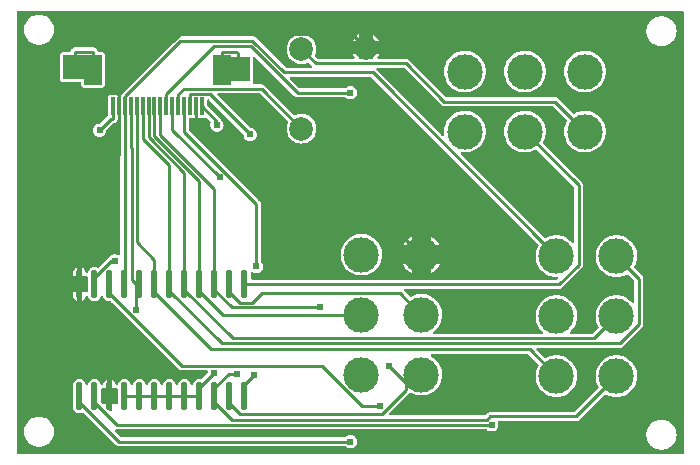
<source format=gtl>
G04 Layer: TopLayer*
G04 EasyEDA v6.5.46, 2025-07-23 17:18:39*
G04 4d1536246bbc4f27acf5b42e0466264c,7be8f16a26344db1bf46185b0a727cd7,10*
G04 Gerber Generator version 0.2*
G04 Scale: 100 percent, Rotated: No, Reflected: No *
G04 Dimensions in millimeters *
G04 leading zeros omitted , absolute positions ,4 integer and 5 decimal *
%FSLAX45Y45*%
%MOMM*%

%ADD10C,0.2540*%
%ADD11R,0.3500X1.5000*%
%ADD12R,1.5000X2.5000*%
%ADD13O,0.5739892X2.3880064*%
%ADD14R,2.0000X2.0000*%
%ADD15C,2.0000*%
%ADD16C,3.0000*%
%ADD17C,0.6100*%
%ADD18C,0.0103*%

%LPD*%
G36*
X736092Y2325878D02*
G01*
X732180Y2326690D01*
X728878Y2328875D01*
X726694Y2332177D01*
X725932Y2336038D01*
X725932Y6063894D01*
X726694Y6067806D01*
X728878Y6071108D01*
X732180Y6073292D01*
X736092Y6074054D01*
X6363919Y6074054D01*
X6367830Y6073292D01*
X6371082Y6071108D01*
X6373317Y6067806D01*
X6374079Y6063894D01*
X6374079Y2336038D01*
X6373317Y2332177D01*
X6371082Y2328875D01*
X6367830Y2326690D01*
X6363919Y2325878D01*
G37*

%LPC*%
G36*
X6184900Y2361692D02*
G01*
X6200292Y2362657D01*
X6215430Y2365400D01*
X6230112Y2369972D01*
X6244132Y2376322D01*
X6257340Y2384298D01*
X6269431Y2393797D01*
X6280302Y2404668D01*
X6289802Y2416759D01*
X6297777Y2429967D01*
X6304127Y2443988D01*
X6308699Y2458669D01*
X6311442Y2473807D01*
X6312408Y2489200D01*
X6311442Y2504592D01*
X6308699Y2519730D01*
X6304127Y2534412D01*
X6297777Y2548432D01*
X6289802Y2561640D01*
X6280302Y2573731D01*
X6269431Y2584602D01*
X6257340Y2594102D01*
X6244132Y2602077D01*
X6230112Y2608427D01*
X6215430Y2612999D01*
X6200292Y2615742D01*
X6184900Y2616708D01*
X6169507Y2615742D01*
X6154369Y2612999D01*
X6139688Y2608427D01*
X6125667Y2602077D01*
X6112459Y2594102D01*
X6100368Y2584602D01*
X6089497Y2573731D01*
X6079998Y2561640D01*
X6072022Y2548432D01*
X6065672Y2534412D01*
X6061100Y2519730D01*
X6058357Y2504592D01*
X6057392Y2489200D01*
X6058357Y2473807D01*
X6061100Y2458669D01*
X6065672Y2443988D01*
X6072022Y2429967D01*
X6079998Y2416759D01*
X6089497Y2404668D01*
X6100368Y2393797D01*
X6112459Y2384298D01*
X6125667Y2376322D01*
X6139688Y2369972D01*
X6154369Y2365400D01*
X6169507Y2362657D01*
G37*
G36*
X3550208Y2374646D02*
G01*
X3559962Y2375509D01*
X3569462Y2378049D01*
X3578351Y2382215D01*
X3586429Y2387803D01*
X3593388Y2394762D01*
X3599027Y2402840D01*
X3603142Y2411730D01*
X3605682Y2421229D01*
X3606546Y2430983D01*
X3605682Y2440787D01*
X3603142Y2450287D01*
X3599027Y2459177D01*
X3593388Y2467254D01*
X3586429Y2474214D01*
X3578351Y2479802D01*
X3569462Y2483967D01*
X3559962Y2486507D01*
X3550208Y2487371D01*
X3540404Y2486507D01*
X3530904Y2483967D01*
X3522014Y2479802D01*
X3513937Y2474214D01*
X3512362Y2472588D01*
X3509060Y2470404D01*
X3505149Y2469591D01*
X1613560Y2469591D01*
X1609699Y2470404D01*
X1606397Y2472588D01*
X1561896Y2517089D01*
X1559610Y2520543D01*
X1558899Y2524607D01*
X1559864Y2528620D01*
X1562354Y2531922D01*
X1565960Y2533954D01*
X1570075Y2534361D01*
X1578305Y2533548D01*
X4702556Y2533548D01*
X4706467Y2532786D01*
X4709769Y2530602D01*
X4711344Y2528976D01*
X4719421Y2523388D01*
X4728311Y2519222D01*
X4737811Y2516682D01*
X4747615Y2515819D01*
X4757369Y2516682D01*
X4766868Y2519222D01*
X4775758Y2523388D01*
X4783836Y2528976D01*
X4790795Y2535936D01*
X4796434Y2544013D01*
X4800549Y2552903D01*
X4803089Y2562402D01*
X4803952Y2572156D01*
X4803089Y2581960D01*
X4800142Y2592679D01*
X4799838Y2596337D01*
X4800904Y2599944D01*
X4803140Y2602890D01*
X4806289Y2604820D01*
X4809947Y2605481D01*
X5463032Y2605481D01*
X5471058Y2606294D01*
X5478272Y2608478D01*
X5484926Y2612034D01*
X5491175Y2617165D01*
X5704433Y2830423D01*
X5708091Y2832760D01*
X5712409Y2833370D01*
X5716574Y2832049D01*
X5725261Y2827172D01*
X5741873Y2819908D01*
X5759094Y2814421D01*
X5776823Y2810713D01*
X5794857Y2808833D01*
X5812942Y2808833D01*
X5830976Y2810713D01*
X5848705Y2814421D01*
X5865926Y2819908D01*
X5882538Y2827172D01*
X5898286Y2836062D01*
X5913069Y2846578D01*
X5926683Y2858516D01*
X5938977Y2871825D01*
X5949848Y2886303D01*
X5959144Y2901848D01*
X5966815Y2918256D01*
X5972810Y2935325D01*
X5976924Y2952953D01*
X5979261Y2970936D01*
X5979718Y2989021D01*
X5978347Y3007106D01*
X5975096Y3024886D01*
X5970016Y3042310D01*
X5963208Y3059074D01*
X5954674Y3075025D01*
X5944565Y3090062D01*
X5932982Y3103981D01*
X5920028Y3116630D01*
X5905804Y3127857D01*
X5890514Y3137560D01*
X5874359Y3145688D01*
X5857392Y3152038D01*
X5839866Y3156661D01*
X5821984Y3159455D01*
X5803900Y3160369D01*
X5785815Y3159455D01*
X5767933Y3156661D01*
X5750407Y3152038D01*
X5733440Y3145688D01*
X5717286Y3137560D01*
X5701995Y3127857D01*
X5687771Y3116630D01*
X5674817Y3103981D01*
X5663234Y3090062D01*
X5653125Y3075025D01*
X5644591Y3059074D01*
X5637784Y3042310D01*
X5632704Y3024886D01*
X5629452Y3007106D01*
X5628081Y2989021D01*
X5628538Y2970936D01*
X5630875Y2952953D01*
X5634990Y2935325D01*
X5640984Y2918256D01*
X5648655Y2901848D01*
X5651296Y2897378D01*
X5652719Y2893161D01*
X5652160Y2888742D01*
X5649772Y2884982D01*
X5450484Y2685694D01*
X5447182Y2683510D01*
X5443321Y2682697D01*
X4737201Y2682697D01*
X4729175Y2681935D01*
X4721961Y2679750D01*
X4715256Y2676194D01*
X4709058Y2671064D01*
X4692548Y2654554D01*
X4689246Y2652369D01*
X4685334Y2651556D01*
X3886403Y2651556D01*
X3882542Y2652369D01*
X3879240Y2654554D01*
X3877005Y2657856D01*
X3876243Y2661716D01*
X3877005Y2665628D01*
X3879240Y2668930D01*
X4049674Y2839364D01*
X4052315Y2842615D01*
X4055008Y2844901D01*
X4058310Y2846120D01*
X4061866Y2846171D01*
X4065168Y2845003D01*
X4074261Y2839872D01*
X4090873Y2832608D01*
X4108094Y2827121D01*
X4125823Y2823413D01*
X4143857Y2821533D01*
X4161942Y2821533D01*
X4179976Y2823413D01*
X4197705Y2827121D01*
X4214926Y2832608D01*
X4231538Y2839872D01*
X4247286Y2848762D01*
X4262069Y2859278D01*
X4275683Y2871216D01*
X4287977Y2884525D01*
X4298848Y2899003D01*
X4308144Y2914548D01*
X4315815Y2930956D01*
X4321810Y2948025D01*
X4325924Y2965653D01*
X4328261Y2983636D01*
X4328718Y3001721D01*
X4327347Y3019806D01*
X4324096Y3037586D01*
X4319016Y3055010D01*
X4312208Y3071774D01*
X4303674Y3087725D01*
X4293565Y3102762D01*
X4281982Y3116681D01*
X4269028Y3129330D01*
X4254804Y3140557D01*
X4239514Y3150260D01*
X4235399Y3152343D01*
X4231894Y3155188D01*
X4230014Y3159252D01*
X4230065Y3163773D01*
X4232046Y3167786D01*
X4235551Y3170580D01*
X4239920Y3171596D01*
X5049977Y3171596D01*
X5053888Y3170834D01*
X5057190Y3168599D01*
X5141722Y3084068D01*
X5144058Y3080461D01*
X5144719Y3076194D01*
X5143550Y3072079D01*
X5136591Y3059074D01*
X5129784Y3042310D01*
X5124704Y3024886D01*
X5121452Y3007106D01*
X5120081Y2989021D01*
X5120538Y2970936D01*
X5122875Y2952953D01*
X5126990Y2935325D01*
X5132984Y2918256D01*
X5140655Y2901848D01*
X5149951Y2886303D01*
X5160822Y2871825D01*
X5173116Y2858516D01*
X5186730Y2846578D01*
X5201513Y2836062D01*
X5217261Y2827172D01*
X5233873Y2819908D01*
X5251094Y2814421D01*
X5268823Y2810713D01*
X5286857Y2808833D01*
X5304942Y2808833D01*
X5322976Y2810713D01*
X5340705Y2814421D01*
X5357926Y2819908D01*
X5374538Y2827172D01*
X5390286Y2836062D01*
X5405069Y2846578D01*
X5418683Y2858516D01*
X5430977Y2871825D01*
X5441848Y2886303D01*
X5451144Y2901848D01*
X5458815Y2918256D01*
X5464810Y2935325D01*
X5468924Y2952953D01*
X5471261Y2970936D01*
X5471718Y2989021D01*
X5470347Y3007106D01*
X5467096Y3024886D01*
X5462016Y3042310D01*
X5455208Y3059074D01*
X5446674Y3075025D01*
X5436565Y3090062D01*
X5424982Y3103981D01*
X5412028Y3116630D01*
X5397804Y3127857D01*
X5382514Y3137560D01*
X5366359Y3145688D01*
X5349392Y3152038D01*
X5331866Y3156661D01*
X5313984Y3159455D01*
X5295900Y3160369D01*
X5277815Y3159455D01*
X5259933Y3156661D01*
X5242407Y3152038D01*
X5225440Y3145688D01*
X5208879Y3137357D01*
X5205730Y3136036D01*
X5202326Y3135833D01*
X5199075Y3136747D01*
X5196281Y3138728D01*
X5128564Y3206445D01*
X5126329Y3209747D01*
X5125567Y3213608D01*
X5126329Y3217519D01*
X5128564Y3220821D01*
X5131866Y3223006D01*
X5135727Y3223768D01*
X5831687Y3223768D01*
X5839714Y3224580D01*
X5846978Y3226765D01*
X5853633Y3230321D01*
X5859830Y3235452D01*
X6020816Y3396437D01*
X6025946Y3402634D01*
X6029502Y3409340D01*
X6031687Y3416554D01*
X6032500Y3424580D01*
X6032500Y3810050D01*
X6031687Y3818077D01*
X6029502Y3825290D01*
X6025946Y3831945D01*
X6020816Y3838194D01*
X5958027Y3900982D01*
X5955639Y3904742D01*
X5955080Y3909161D01*
X5956503Y3913378D01*
X5959144Y3917848D01*
X5966815Y3934256D01*
X5972810Y3951325D01*
X5976924Y3968953D01*
X5979261Y3986936D01*
X5979718Y4005021D01*
X5978347Y4023106D01*
X5975096Y4040886D01*
X5970016Y4058310D01*
X5963208Y4075074D01*
X5954674Y4091025D01*
X5944565Y4106062D01*
X5932982Y4119981D01*
X5920028Y4132630D01*
X5905804Y4143857D01*
X5890514Y4153560D01*
X5874359Y4161688D01*
X5857392Y4168038D01*
X5839866Y4172661D01*
X5821984Y4175455D01*
X5803900Y4176369D01*
X5785815Y4175455D01*
X5767933Y4172661D01*
X5750407Y4168038D01*
X5733440Y4161688D01*
X5717286Y4153560D01*
X5701995Y4143857D01*
X5687771Y4132630D01*
X5674817Y4119981D01*
X5663234Y4106062D01*
X5653125Y4091025D01*
X5644591Y4075074D01*
X5637784Y4058310D01*
X5632704Y4040886D01*
X5629452Y4023106D01*
X5628081Y4005021D01*
X5628538Y3986936D01*
X5630875Y3968953D01*
X5634990Y3951325D01*
X5640984Y3934256D01*
X5648655Y3917848D01*
X5657951Y3902303D01*
X5668822Y3887825D01*
X5681116Y3874515D01*
X5694730Y3862578D01*
X5709513Y3852062D01*
X5725261Y3843172D01*
X5741873Y3835908D01*
X5759094Y3830421D01*
X5776823Y3826713D01*
X5794857Y3824833D01*
X5812942Y3824833D01*
X5830976Y3826713D01*
X5848705Y3830421D01*
X5865926Y3835908D01*
X5882538Y3843172D01*
X5891225Y3848049D01*
X5895390Y3849370D01*
X5899708Y3848760D01*
X5903417Y3846423D01*
X5952286Y3797503D01*
X5954471Y3794201D01*
X5955284Y3790340D01*
X5955284Y3613302D01*
X5954420Y3609289D01*
X5952083Y3605936D01*
X5948578Y3603751D01*
X5944514Y3603193D01*
X5940501Y3604260D01*
X5937300Y3606800D01*
X5932982Y3611981D01*
X5920028Y3624630D01*
X5905804Y3635857D01*
X5890514Y3645560D01*
X5874359Y3653688D01*
X5857392Y3660038D01*
X5839866Y3664661D01*
X5821984Y3667455D01*
X5803900Y3668369D01*
X5785815Y3667455D01*
X5767933Y3664661D01*
X5750407Y3660038D01*
X5733440Y3653688D01*
X5717286Y3645560D01*
X5701995Y3635857D01*
X5687771Y3624630D01*
X5674817Y3611981D01*
X5663234Y3598062D01*
X5653125Y3583025D01*
X5644591Y3567074D01*
X5637784Y3550310D01*
X5632704Y3532886D01*
X5629452Y3515106D01*
X5628081Y3497021D01*
X5628538Y3478936D01*
X5630875Y3460953D01*
X5634990Y3443325D01*
X5640984Y3426256D01*
X5648655Y3409848D01*
X5651296Y3405378D01*
X5652719Y3401161D01*
X5652160Y3396742D01*
X5649772Y3392982D01*
X5601563Y3344773D01*
X5598261Y3342538D01*
X5594350Y3341776D01*
X5417464Y3341776D01*
X5413451Y3342589D01*
X5410098Y3344926D01*
X5407964Y3348329D01*
X5407304Y3352393D01*
X5408269Y3356305D01*
X5410758Y3359556D01*
X5418683Y3366515D01*
X5430977Y3379825D01*
X5441848Y3394303D01*
X5451144Y3409848D01*
X5458815Y3426256D01*
X5464810Y3443325D01*
X5468924Y3460953D01*
X5471261Y3478936D01*
X5471718Y3497021D01*
X5470347Y3515106D01*
X5467096Y3532886D01*
X5462016Y3550310D01*
X5455208Y3567074D01*
X5446674Y3583025D01*
X5436565Y3598062D01*
X5424982Y3611981D01*
X5412028Y3624630D01*
X5397804Y3635857D01*
X5382514Y3645560D01*
X5366359Y3653688D01*
X5349392Y3660038D01*
X5331866Y3664661D01*
X5313984Y3667455D01*
X5295900Y3668369D01*
X5277815Y3667455D01*
X5259933Y3664661D01*
X5242407Y3660038D01*
X5225440Y3653688D01*
X5209286Y3645560D01*
X5193995Y3635857D01*
X5179771Y3624630D01*
X5166817Y3611981D01*
X5155234Y3598062D01*
X5145125Y3583025D01*
X5136591Y3567074D01*
X5129784Y3550310D01*
X5124704Y3532886D01*
X5121452Y3515106D01*
X5120081Y3497021D01*
X5120538Y3478936D01*
X5122875Y3460953D01*
X5126990Y3443325D01*
X5132984Y3426256D01*
X5140655Y3409848D01*
X5149951Y3394303D01*
X5160822Y3379825D01*
X5173116Y3366515D01*
X5181041Y3359556D01*
X5183530Y3356305D01*
X5184495Y3352393D01*
X5183835Y3348329D01*
X5181701Y3344926D01*
X5178348Y3342589D01*
X5174335Y3341776D01*
X4258005Y3341776D01*
X4253890Y3342640D01*
X4250436Y3345179D01*
X4248353Y3348837D01*
X4247896Y3353054D01*
X4249267Y3357067D01*
X4252112Y3360216D01*
X4262069Y3367278D01*
X4275683Y3379215D01*
X4287977Y3392525D01*
X4298848Y3407003D01*
X4308144Y3422548D01*
X4315815Y3438956D01*
X4321810Y3456025D01*
X4325924Y3473653D01*
X4328261Y3491636D01*
X4328718Y3509721D01*
X4327347Y3527806D01*
X4324096Y3545586D01*
X4319016Y3563010D01*
X4312208Y3579774D01*
X4303674Y3595725D01*
X4293565Y3610762D01*
X4281982Y3624681D01*
X4269028Y3637330D01*
X4254804Y3648557D01*
X4239514Y3658260D01*
X4223359Y3666388D01*
X4206392Y3672738D01*
X4188866Y3677361D01*
X4170984Y3680155D01*
X4152900Y3681069D01*
X4134815Y3680155D01*
X4116933Y3677361D01*
X4099407Y3672738D01*
X4082440Y3666388D01*
X4065879Y3658057D01*
X4062729Y3656736D01*
X4059326Y3656533D01*
X4056075Y3657447D01*
X4053281Y3659428D01*
X4004970Y3707739D01*
X4002735Y3711041D01*
X4001973Y3714902D01*
X4002735Y3718814D01*
X4004970Y3722115D01*
X4008272Y3724300D01*
X4012133Y3725062D01*
X5318048Y3725062D01*
X5326075Y3725875D01*
X5333339Y3728059D01*
X5339994Y3731615D01*
X5346192Y3736746D01*
X5510377Y3900881D01*
X5515457Y3907129D01*
X5519013Y3913784D01*
X5521248Y3920998D01*
X5522010Y3929024D01*
X5522010Y4599889D01*
X5521248Y4607915D01*
X5519013Y4615129D01*
X5515457Y4621834D01*
X5510377Y4628032D01*
X5183428Y4954981D01*
X5181447Y4957775D01*
X5180533Y4961026D01*
X5180736Y4964430D01*
X5182260Y4967986D01*
X5190388Y4984140D01*
X5196738Y5001107D01*
X5201361Y5018633D01*
X5204155Y5036515D01*
X5205069Y5054600D01*
X5204155Y5072684D01*
X5201361Y5090566D01*
X5196738Y5108092D01*
X5190388Y5125059D01*
X5182260Y5141214D01*
X5172557Y5156504D01*
X5161330Y5170728D01*
X5148681Y5183682D01*
X5134762Y5195265D01*
X5119725Y5205374D01*
X5103774Y5213908D01*
X5087010Y5220716D01*
X5069586Y5225796D01*
X5051806Y5229047D01*
X5033721Y5230418D01*
X5015636Y5229961D01*
X4997653Y5227624D01*
X4980025Y5223510D01*
X4962956Y5217515D01*
X4946548Y5209844D01*
X4931003Y5200548D01*
X4916525Y5189677D01*
X4903216Y5177383D01*
X4891278Y5163769D01*
X4880762Y5148986D01*
X4871872Y5133238D01*
X4864608Y5116626D01*
X4859121Y5099405D01*
X4855413Y5081676D01*
X4853533Y5063642D01*
X4853533Y5045557D01*
X4855413Y5027523D01*
X4859121Y5009794D01*
X4864608Y4992573D01*
X4871872Y4975961D01*
X4880762Y4960213D01*
X4891278Y4945430D01*
X4903216Y4931816D01*
X4916525Y4919522D01*
X4931003Y4908651D01*
X4946548Y4899355D01*
X4962956Y4891684D01*
X4980025Y4885690D01*
X4997653Y4881575D01*
X5015636Y4879238D01*
X5033721Y4878781D01*
X5051806Y4880152D01*
X5069586Y4883404D01*
X5087010Y4888484D01*
X5103774Y4895291D01*
X5116779Y4902250D01*
X5120894Y4903419D01*
X5125161Y4902758D01*
X5128768Y4900422D01*
X5441797Y4587392D01*
X5444032Y4584090D01*
X5444794Y4580178D01*
X5444794Y4124248D01*
X5443982Y4120235D01*
X5441594Y4116882D01*
X5438089Y4114698D01*
X5434025Y4114139D01*
X5430062Y4115206D01*
X5426811Y4117746D01*
X5424982Y4119981D01*
X5412028Y4132630D01*
X5397804Y4143857D01*
X5382514Y4153560D01*
X5366359Y4161688D01*
X5349392Y4168038D01*
X5331866Y4172661D01*
X5313984Y4175455D01*
X5295900Y4176369D01*
X5277815Y4175455D01*
X5259933Y4172661D01*
X5242407Y4168038D01*
X5225440Y4161688D01*
X5208879Y4153357D01*
X5205730Y4152036D01*
X5202326Y4151833D01*
X5199075Y4152747D01*
X5196281Y4154728D01*
X4487519Y4863490D01*
X4485233Y4866995D01*
X4484573Y4871110D01*
X4485589Y4875123D01*
X4488180Y4878425D01*
X4491837Y4880406D01*
X4496003Y4880711D01*
X4507636Y4879238D01*
X4525721Y4878781D01*
X4543806Y4880152D01*
X4561586Y4883404D01*
X4579010Y4888484D01*
X4595774Y4895291D01*
X4611725Y4903825D01*
X4626762Y4913934D01*
X4640681Y4925517D01*
X4653330Y4938471D01*
X4664557Y4952695D01*
X4674260Y4967986D01*
X4682388Y4984140D01*
X4688738Y5001107D01*
X4693361Y5018633D01*
X4696155Y5036515D01*
X4697069Y5054600D01*
X4696155Y5072684D01*
X4693361Y5090566D01*
X4688738Y5108092D01*
X4682388Y5125059D01*
X4674260Y5141214D01*
X4664557Y5156504D01*
X4653330Y5170728D01*
X4640681Y5183682D01*
X4626762Y5195265D01*
X4611725Y5205374D01*
X4595774Y5213908D01*
X4579010Y5220716D01*
X4561586Y5225796D01*
X4543806Y5229047D01*
X4525721Y5230418D01*
X4507636Y5229961D01*
X4489653Y5227624D01*
X4472025Y5223510D01*
X4454956Y5217515D01*
X4438548Y5209844D01*
X4423003Y5200548D01*
X4408525Y5189677D01*
X4395216Y5177383D01*
X4383278Y5163769D01*
X4372762Y5148986D01*
X4363872Y5133238D01*
X4356608Y5116626D01*
X4351121Y5099405D01*
X4347413Y5081676D01*
X4345533Y5063642D01*
X4345533Y5045557D01*
X4347210Y5029301D01*
X4346803Y5025186D01*
X4344771Y5021580D01*
X4341469Y5019090D01*
X4337456Y5018125D01*
X4333392Y5018786D01*
X4329938Y5021072D01*
X3775049Y5575960D01*
X3772814Y5579262D01*
X3772052Y5583123D01*
X3772814Y5587034D01*
X3775049Y5590336D01*
X3778351Y5592521D01*
X3782212Y5593283D01*
X4002989Y5593283D01*
X4006900Y5592521D01*
X4010202Y5590336D01*
X4318863Y5281676D01*
X4325112Y5276545D01*
X4331766Y5272989D01*
X4338980Y5270804D01*
X4347006Y5269992D01*
X5262981Y5269992D01*
X5266893Y5269230D01*
X5270195Y5266994D01*
X5383123Y5154117D01*
X5385460Y5150408D01*
X5386070Y5146090D01*
X5384749Y5141925D01*
X5379872Y5133238D01*
X5372608Y5116626D01*
X5367121Y5099405D01*
X5363413Y5081676D01*
X5361533Y5063642D01*
X5361533Y5045557D01*
X5363413Y5027523D01*
X5367121Y5009794D01*
X5372608Y4992573D01*
X5379872Y4975961D01*
X5388762Y4960213D01*
X5399278Y4945430D01*
X5411216Y4931816D01*
X5424525Y4919522D01*
X5439003Y4908651D01*
X5454548Y4899355D01*
X5470956Y4891684D01*
X5488025Y4885690D01*
X5505653Y4881575D01*
X5523636Y4879238D01*
X5541721Y4878781D01*
X5559806Y4880152D01*
X5577586Y4883404D01*
X5595010Y4888484D01*
X5611774Y4895291D01*
X5627725Y4903825D01*
X5642762Y4913934D01*
X5656681Y4925517D01*
X5669330Y4938471D01*
X5680557Y4952695D01*
X5690260Y4967986D01*
X5698388Y4984140D01*
X5704738Y5001107D01*
X5709361Y5018633D01*
X5712155Y5036515D01*
X5713069Y5054600D01*
X5712155Y5072684D01*
X5709361Y5090566D01*
X5704738Y5108092D01*
X5698388Y5125059D01*
X5690260Y5141214D01*
X5680557Y5156504D01*
X5669330Y5170728D01*
X5656681Y5183682D01*
X5642762Y5195265D01*
X5627725Y5205374D01*
X5611774Y5213908D01*
X5595010Y5220716D01*
X5577586Y5225796D01*
X5559806Y5229047D01*
X5541721Y5230418D01*
X5523636Y5229961D01*
X5505653Y5227624D01*
X5488025Y5223510D01*
X5470956Y5217515D01*
X5454548Y5209844D01*
X5450078Y5207203D01*
X5445861Y5205780D01*
X5441442Y5206339D01*
X5437682Y5208727D01*
X5310835Y5335524D01*
X5304637Y5340654D01*
X5297982Y5344210D01*
X5290718Y5346395D01*
X5282692Y5347208D01*
X4366717Y5347208D01*
X4362856Y5347970D01*
X4359554Y5350205D01*
X4050842Y5658866D01*
X4044645Y5663996D01*
X4037990Y5667552D01*
X4030726Y5669737D01*
X4022699Y5670499D01*
X3788867Y5670499D01*
X3784447Y5671515D01*
X3780942Y5674309D01*
X3778961Y5678373D01*
X3778910Y5682894D01*
X3780840Y5686958D01*
X3786581Y5694273D01*
X3794455Y5707278D01*
X3795420Y5709462D01*
X3739337Y5709462D01*
X3739337Y5680659D01*
X3738575Y5676798D01*
X3736390Y5673496D01*
X3733088Y5671312D01*
X3729177Y5670499D01*
X3636822Y5670499D01*
X3632911Y5671312D01*
X3629609Y5673496D01*
X3627424Y5676798D01*
X3626662Y5680659D01*
X3626662Y5709462D01*
X3570579Y5709462D01*
X3571544Y5707278D01*
X3579418Y5694273D01*
X3585159Y5686958D01*
X3587089Y5682894D01*
X3587038Y5678373D01*
X3585057Y5674309D01*
X3581552Y5671515D01*
X3577132Y5670499D01*
X3278276Y5670499D01*
X3274415Y5671312D01*
X3271113Y5673496D01*
X3253841Y5690768D01*
X3251606Y5694172D01*
X3250844Y5698134D01*
X3251758Y5702096D01*
X3254603Y5708446D01*
X3259124Y5722975D01*
X3261867Y5737910D01*
X3262782Y5753100D01*
X3261867Y5768289D01*
X3259124Y5783224D01*
X3254603Y5797753D01*
X3248355Y5811621D01*
X3240481Y5824626D01*
X3231134Y5836564D01*
X3220364Y5847334D01*
X3208426Y5856681D01*
X3195421Y5864555D01*
X3181553Y5870803D01*
X3167024Y5875324D01*
X3152089Y5878068D01*
X3136900Y5878982D01*
X3121710Y5878068D01*
X3106775Y5875324D01*
X3092246Y5870803D01*
X3078378Y5864555D01*
X3065373Y5856681D01*
X3053435Y5847334D01*
X3042666Y5836564D01*
X3033318Y5824626D01*
X3025444Y5811621D01*
X3019196Y5797753D01*
X3014675Y5783224D01*
X3011932Y5768289D01*
X3011017Y5753100D01*
X3011932Y5737910D01*
X3014675Y5722975D01*
X3019196Y5708446D01*
X3025444Y5694578D01*
X3033318Y5681573D01*
X3042666Y5669635D01*
X3053435Y5658866D01*
X3065373Y5649518D01*
X3078378Y5641644D01*
X3092246Y5635396D01*
X3106775Y5630875D01*
X3121710Y5628132D01*
X3136900Y5627217D01*
X3152089Y5628132D01*
X3167024Y5630875D01*
X3181553Y5635396D01*
X3187903Y5638241D01*
X3191865Y5639155D01*
X3195828Y5638393D01*
X3199231Y5636158D01*
X3222904Y5612485D01*
X3225139Y5609183D01*
X3225901Y5605272D01*
X3225139Y5601411D01*
X3222904Y5598109D01*
X3219602Y5595924D01*
X3215741Y5595112D01*
X3010763Y5595112D01*
X3006902Y5595924D01*
X3003600Y5598109D01*
X2749448Y5852210D01*
X2743250Y5857341D01*
X2736596Y5860897D01*
X2729331Y5863082D01*
X2721305Y5863894D01*
X2109876Y5863894D01*
X2101850Y5863082D01*
X2094636Y5860897D01*
X2087981Y5857341D01*
X2081733Y5852210D01*
X1615744Y5386222D01*
X1610614Y5380024D01*
X1607210Y5373776D01*
X1604873Y5366105D01*
X1604264Y5359857D01*
X1602740Y5355437D01*
X1601317Y5353100D01*
X1598472Y5350205D01*
X1594713Y5348579D01*
X1590649Y5348579D01*
X1586890Y5350205D01*
X1584096Y5353151D01*
X1578305Y5362244D01*
X1577594Y5366004D01*
X1577594Y5368798D01*
X1575765Y5368798D01*
X1568856Y5368036D01*
X1566570Y5368036D01*
X1559610Y5368798D01*
X1525778Y5368798D01*
X1519428Y5368086D01*
X1513992Y5366156D01*
X1509115Y5363108D01*
X1505000Y5358993D01*
X1501902Y5354116D01*
X1500022Y5348630D01*
X1499311Y5342331D01*
X1499311Y5197195D01*
X1498498Y5193334D01*
X1496314Y5190032D01*
X1432153Y5125872D01*
X1429258Y5123840D01*
X1425854Y5122926D01*
X1417828Y5122214D01*
X1408328Y5119674D01*
X1399438Y5115509D01*
X1391361Y5109921D01*
X1384452Y5102961D01*
X1378813Y5094884D01*
X1374648Y5085994D01*
X1372108Y5076494D01*
X1371244Y5066690D01*
X1372108Y5056936D01*
X1374648Y5047437D01*
X1378813Y5038547D01*
X1384452Y5030470D01*
X1391361Y5023510D01*
X1399438Y5017922D01*
X1408328Y5013756D01*
X1417828Y5011216D01*
X1427632Y5010353D01*
X1437386Y5011216D01*
X1446885Y5013756D01*
X1455775Y5017922D01*
X1463852Y5023510D01*
X1470812Y5030470D01*
X1476451Y5038547D01*
X1480566Y5047437D01*
X1483106Y5056936D01*
X1483817Y5064963D01*
X1484731Y5068366D01*
X1486763Y5071262D01*
X1539290Y5123789D01*
X1542084Y5125770D01*
X1545437Y5126685D01*
X1550212Y5127193D01*
X1557477Y5129377D01*
X1564132Y5132933D01*
X1569974Y5137708D01*
X1574749Y5143550D01*
X1578305Y5150256D01*
X1580540Y5157470D01*
X1581302Y5165496D01*
X1581302Y5175300D01*
X1581708Y5178094D01*
X1584096Y5182666D01*
X1586941Y5185613D01*
X1590700Y5187188D01*
X1594764Y5187188D01*
X1598472Y5185613D01*
X1601317Y5182666D01*
X1603705Y5178094D01*
X1604111Y5175300D01*
X1604111Y4014927D01*
X1603146Y4010609D01*
X1600454Y4007104D01*
X1596542Y4005072D01*
X1592173Y4004919D01*
X1588109Y4006596D01*
X1583232Y4009999D01*
X1574342Y4014165D01*
X1564843Y4016705D01*
X1555038Y4017568D01*
X1545234Y4016705D01*
X1535785Y4014165D01*
X1526844Y4009999D01*
X1518818Y4004360D01*
X1511858Y3997401D01*
X1509776Y3994912D01*
X1507236Y3993235D01*
X1501038Y3988104D01*
X1418640Y3905758D01*
X1415186Y3903472D01*
X1411173Y3902760D01*
X1407160Y3903726D01*
X1402943Y3905656D01*
X1393799Y3908145D01*
X1384300Y3908958D01*
X1374800Y3908145D01*
X1365656Y3905656D01*
X1357020Y3901643D01*
X1349248Y3896207D01*
X1342491Y3889501D01*
X1337056Y3881678D01*
X1333042Y3873042D01*
X1330604Y3864101D01*
X1328572Y3860190D01*
X1325118Y3857498D01*
X1320800Y3856532D01*
X1316482Y3857498D01*
X1313027Y3860190D01*
X1310995Y3864101D01*
X1308557Y3873042D01*
X1304544Y3881678D01*
X1299108Y3889501D01*
X1292352Y3896207D01*
X1284579Y3901643D01*
X1277975Y3904742D01*
X1277975Y3829761D01*
X1319530Y3829761D01*
X1323441Y3828999D01*
X1326692Y3826764D01*
X1328928Y3823462D01*
X1329690Y3819601D01*
X1329690Y3707790D01*
X1328928Y3703929D01*
X1326692Y3700627D01*
X1323441Y3698443D01*
X1319530Y3697630D01*
X1277975Y3697630D01*
X1277975Y3622649D01*
X1284579Y3625748D01*
X1292352Y3631184D01*
X1299108Y3637940D01*
X1304544Y3645712D01*
X1308557Y3654348D01*
X1310995Y3663340D01*
X1313027Y3667201D01*
X1316482Y3669893D01*
X1320800Y3670858D01*
X1325118Y3669893D01*
X1328572Y3667201D01*
X1330604Y3663340D01*
X1333042Y3654348D01*
X1337056Y3645712D01*
X1342491Y3637940D01*
X1349248Y3631184D01*
X1357020Y3625748D01*
X1365656Y3621735D01*
X1374800Y3619246D01*
X1384300Y3618433D01*
X1393799Y3619246D01*
X1402943Y3621735D01*
X1411579Y3625748D01*
X1419352Y3631184D01*
X1426108Y3637940D01*
X1431544Y3645712D01*
X1435557Y3654348D01*
X1437995Y3663340D01*
X1440027Y3667201D01*
X1443482Y3669893D01*
X1447800Y3670858D01*
X1452118Y3669893D01*
X1455572Y3667201D01*
X1457604Y3663340D01*
X1460042Y3654348D01*
X1464056Y3645712D01*
X1469491Y3637940D01*
X1476248Y3631184D01*
X1484020Y3625748D01*
X1492656Y3621735D01*
X1501800Y3619246D01*
X1511300Y3618433D01*
X1519732Y3619195D01*
X1524101Y3618585D01*
X1527810Y3616248D01*
X2099462Y3044596D01*
X2105660Y3039465D01*
X2112365Y3035909D01*
X2119579Y3033725D01*
X2127605Y3032912D01*
X2334463Y3032912D01*
X2338578Y3032099D01*
X2341981Y3029661D01*
X2344115Y3026054D01*
X2344623Y3021888D01*
X2343912Y3013862D01*
X2342997Y3010458D01*
X2340965Y3007563D01*
X2294788Y2961386D01*
X2291892Y2959354D01*
X2288489Y2958439D01*
X2284984Y2958744D01*
X2282799Y2959354D01*
X2273300Y2960166D01*
X2263800Y2959354D01*
X2254656Y2956864D01*
X2246020Y2952851D01*
X2238248Y2947416D01*
X2231491Y2940659D01*
X2226056Y2932887D01*
X2222042Y2924251D01*
X2219604Y2915259D01*
X2217572Y2911398D01*
X2214118Y2908706D01*
X2209800Y2907741D01*
X2205482Y2908706D01*
X2202027Y2911398D01*
X2199995Y2915259D01*
X2197557Y2924251D01*
X2193544Y2932887D01*
X2188108Y2940659D01*
X2181352Y2947416D01*
X2173579Y2952851D01*
X2164943Y2956864D01*
X2155799Y2959354D01*
X2146300Y2960166D01*
X2136800Y2959354D01*
X2127656Y2956864D01*
X2119020Y2952851D01*
X2111248Y2947416D01*
X2104491Y2940659D01*
X2099056Y2932887D01*
X2095042Y2924251D01*
X2092604Y2915259D01*
X2090572Y2911398D01*
X2087118Y2908706D01*
X2082800Y2907741D01*
X2078482Y2908706D01*
X2075027Y2911398D01*
X2072995Y2915259D01*
X2070557Y2924251D01*
X2066543Y2932887D01*
X2061108Y2940659D01*
X2054352Y2947416D01*
X2046579Y2952851D01*
X2037943Y2956864D01*
X2028799Y2959354D01*
X2019300Y2960166D01*
X2009800Y2959354D01*
X2000656Y2956864D01*
X1992020Y2952851D01*
X1984248Y2947416D01*
X1977491Y2940659D01*
X1972056Y2932887D01*
X1968042Y2924251D01*
X1965604Y2915259D01*
X1963572Y2911398D01*
X1960118Y2908706D01*
X1955800Y2907741D01*
X1951482Y2908706D01*
X1948027Y2911398D01*
X1945995Y2915259D01*
X1943557Y2924251D01*
X1939543Y2932887D01*
X1934108Y2940659D01*
X1927352Y2947416D01*
X1919579Y2952851D01*
X1910943Y2956864D01*
X1901799Y2959354D01*
X1892300Y2960166D01*
X1882800Y2959354D01*
X1873656Y2956864D01*
X1865020Y2952851D01*
X1857248Y2947416D01*
X1850491Y2940659D01*
X1845056Y2932887D01*
X1841042Y2924251D01*
X1838604Y2915259D01*
X1836572Y2911398D01*
X1833118Y2908706D01*
X1828800Y2907741D01*
X1824482Y2908706D01*
X1821027Y2911398D01*
X1818995Y2915259D01*
X1816557Y2924251D01*
X1812543Y2932887D01*
X1807108Y2940659D01*
X1800352Y2947416D01*
X1792579Y2952851D01*
X1783943Y2956864D01*
X1774799Y2959354D01*
X1765300Y2960166D01*
X1755800Y2959354D01*
X1746656Y2956864D01*
X1738020Y2952851D01*
X1730248Y2947416D01*
X1723491Y2940659D01*
X1718056Y2932887D01*
X1714042Y2924251D01*
X1711604Y2915259D01*
X1709572Y2911398D01*
X1706118Y2908706D01*
X1701800Y2907741D01*
X1697482Y2908706D01*
X1694027Y2911398D01*
X1691995Y2915259D01*
X1689557Y2924251D01*
X1685543Y2932887D01*
X1680108Y2940659D01*
X1673352Y2947416D01*
X1665579Y2952851D01*
X1656943Y2956864D01*
X1647799Y2959354D01*
X1638300Y2960166D01*
X1628800Y2959354D01*
X1619656Y2956864D01*
X1611020Y2952851D01*
X1603248Y2947416D01*
X1596491Y2940659D01*
X1591056Y2932887D01*
X1587042Y2924251D01*
X1584604Y2915259D01*
X1582572Y2911398D01*
X1579118Y2908706D01*
X1574800Y2907741D01*
X1570482Y2908706D01*
X1567027Y2911398D01*
X1564995Y2915259D01*
X1562557Y2924251D01*
X1558544Y2932887D01*
X1553108Y2940659D01*
X1546352Y2947416D01*
X1538579Y2952851D01*
X1531975Y2955950D01*
X1531975Y2880969D01*
X1573530Y2880969D01*
X1577441Y2880156D01*
X1580692Y2877972D01*
X1582928Y2874670D01*
X1583690Y2870809D01*
X1583690Y2758998D01*
X1582928Y2755138D01*
X1580692Y2751836D01*
X1577441Y2749600D01*
X1573530Y2748838D01*
X1531975Y2748838D01*
X1531975Y2697124D01*
X1531213Y2693212D01*
X1529029Y2689910D01*
X1525727Y2687726D01*
X1521815Y2686964D01*
X1517954Y2687726D01*
X1514652Y2689910D01*
X1493570Y2710992D01*
X1491386Y2714294D01*
X1490624Y2718206D01*
X1490624Y2748838D01*
X1459941Y2748838D01*
X1456029Y2749600D01*
X1452778Y2751836D01*
X1441907Y2762707D01*
X1439672Y2766009D01*
X1438910Y2769870D01*
X1438910Y2870809D01*
X1439672Y2874670D01*
X1441907Y2877972D01*
X1445158Y2880156D01*
X1449070Y2880969D01*
X1490624Y2880969D01*
X1490624Y2955950D01*
X1484020Y2952851D01*
X1476248Y2947416D01*
X1469491Y2940659D01*
X1464056Y2932887D01*
X1460042Y2924251D01*
X1457604Y2915259D01*
X1455572Y2911398D01*
X1452118Y2908706D01*
X1447800Y2907741D01*
X1443482Y2908706D01*
X1440027Y2911398D01*
X1437995Y2915259D01*
X1435557Y2924251D01*
X1431544Y2932887D01*
X1426108Y2940659D01*
X1419352Y2947416D01*
X1411579Y2952851D01*
X1402943Y2956864D01*
X1393799Y2959354D01*
X1384300Y2960166D01*
X1374800Y2959354D01*
X1365656Y2956864D01*
X1357020Y2952851D01*
X1349248Y2947416D01*
X1342491Y2940659D01*
X1337056Y2932887D01*
X1333042Y2924251D01*
X1330604Y2915259D01*
X1328572Y2911398D01*
X1325118Y2908706D01*
X1320800Y2907741D01*
X1316482Y2908706D01*
X1313027Y2911398D01*
X1310995Y2915259D01*
X1308557Y2924251D01*
X1304544Y2932887D01*
X1299108Y2940659D01*
X1292352Y2947416D01*
X1284579Y2952851D01*
X1275943Y2956864D01*
X1266799Y2959354D01*
X1257300Y2960166D01*
X1247800Y2959354D01*
X1238656Y2956864D01*
X1230020Y2952851D01*
X1222248Y2947416D01*
X1215491Y2940659D01*
X1210056Y2932887D01*
X1206042Y2924251D01*
X1203553Y2915056D01*
X1202690Y2905150D01*
X1202690Y2724658D01*
X1203553Y2714701D01*
X1206042Y2705557D01*
X1210056Y2696921D01*
X1215491Y2689098D01*
X1222248Y2682392D01*
X1230020Y2676956D01*
X1238656Y2672943D01*
X1247800Y2670454D01*
X1257300Y2669641D01*
X1266799Y2670454D01*
X1275943Y2672943D01*
X1283766Y2676550D01*
X1287780Y2677515D01*
X1291793Y2676804D01*
X1295247Y2674518D01*
X1565706Y2404059D01*
X1571955Y2398928D01*
X1578610Y2395372D01*
X1585823Y2393188D01*
X1593850Y2392375D01*
X3505149Y2392375D01*
X3509060Y2391613D01*
X3512362Y2389428D01*
X3513937Y2387803D01*
X3522014Y2382215D01*
X3530904Y2378049D01*
X3540404Y2375509D01*
G37*
G36*
X914400Y2387092D02*
G01*
X929792Y2388057D01*
X944930Y2390800D01*
X959612Y2395372D01*
X973632Y2401722D01*
X986840Y2409698D01*
X998931Y2419197D01*
X1009802Y2430068D01*
X1019302Y2442159D01*
X1027277Y2455367D01*
X1033627Y2469388D01*
X1038199Y2484069D01*
X1040942Y2499207D01*
X1041908Y2514600D01*
X1040942Y2529992D01*
X1038199Y2545130D01*
X1033627Y2559812D01*
X1027277Y2573832D01*
X1019302Y2587040D01*
X1009802Y2599131D01*
X998931Y2610002D01*
X986840Y2619502D01*
X973632Y2627477D01*
X959612Y2633827D01*
X944930Y2638399D01*
X929792Y2641142D01*
X914400Y2642108D01*
X899007Y2641142D01*
X883869Y2638399D01*
X869187Y2633827D01*
X855167Y2627477D01*
X841959Y2619502D01*
X829868Y2610002D01*
X818997Y2599131D01*
X809498Y2587040D01*
X801522Y2573832D01*
X795172Y2559812D01*
X790600Y2545130D01*
X787857Y2529992D01*
X786892Y2514600D01*
X787857Y2499207D01*
X790600Y2484069D01*
X795172Y2469388D01*
X801522Y2455367D01*
X809498Y2442159D01*
X818997Y2430068D01*
X829868Y2419197D01*
X841959Y2409698D01*
X855167Y2401722D01*
X869187Y2395372D01*
X883869Y2390800D01*
X899007Y2388057D01*
G37*
G36*
X1236624Y3622649D02*
G01*
X1236624Y3697630D01*
X1202690Y3697630D01*
X1202690Y3673449D01*
X1203553Y3663543D01*
X1206042Y3654348D01*
X1210056Y3645712D01*
X1215491Y3637940D01*
X1222248Y3631184D01*
X1230020Y3625748D01*
G37*
G36*
X1202690Y3829761D02*
G01*
X1236624Y3829761D01*
X1236624Y3904742D01*
X1230020Y3901643D01*
X1222248Y3896207D01*
X1215491Y3889501D01*
X1210056Y3881678D01*
X1206042Y3873042D01*
X1203553Y3863898D01*
X1202690Y3853942D01*
G37*
G36*
X5541721Y5386781D02*
G01*
X5559806Y5388152D01*
X5577586Y5391404D01*
X5595010Y5396484D01*
X5611774Y5403291D01*
X5627725Y5411825D01*
X5642762Y5421934D01*
X5656681Y5433517D01*
X5669330Y5446471D01*
X5680557Y5460695D01*
X5690260Y5475986D01*
X5698388Y5492140D01*
X5704738Y5509107D01*
X5709361Y5526633D01*
X5712155Y5544515D01*
X5713069Y5562600D01*
X5712155Y5580684D01*
X5709361Y5598566D01*
X5704738Y5616092D01*
X5698388Y5633059D01*
X5690260Y5649214D01*
X5680557Y5664504D01*
X5669330Y5678728D01*
X5656681Y5691682D01*
X5642762Y5703265D01*
X5627725Y5713374D01*
X5611774Y5721908D01*
X5595010Y5728716D01*
X5577586Y5733796D01*
X5559806Y5737047D01*
X5541721Y5738418D01*
X5523636Y5737961D01*
X5505653Y5735624D01*
X5488025Y5731510D01*
X5470956Y5725515D01*
X5454548Y5717844D01*
X5439003Y5708548D01*
X5424525Y5697677D01*
X5411216Y5685383D01*
X5399278Y5671769D01*
X5388762Y5656986D01*
X5379872Y5641238D01*
X5372608Y5624626D01*
X5367121Y5607405D01*
X5363413Y5589676D01*
X5361533Y5571642D01*
X5361533Y5553557D01*
X5363413Y5535523D01*
X5367121Y5517794D01*
X5372608Y5500573D01*
X5379872Y5483961D01*
X5388762Y5468213D01*
X5399278Y5453430D01*
X5411216Y5439816D01*
X5424525Y5427522D01*
X5439003Y5416651D01*
X5454548Y5407355D01*
X5470956Y5399684D01*
X5488025Y5393690D01*
X5505653Y5389575D01*
X5523636Y5387238D01*
G37*
G36*
X4525721Y5386781D02*
G01*
X4543806Y5388152D01*
X4561586Y5391404D01*
X4579010Y5396484D01*
X4595774Y5403291D01*
X4611725Y5411825D01*
X4626762Y5421934D01*
X4640681Y5433517D01*
X4653330Y5446471D01*
X4664557Y5460695D01*
X4674260Y5475986D01*
X4682388Y5492140D01*
X4688738Y5509107D01*
X4693361Y5526633D01*
X4696155Y5544515D01*
X4697069Y5562600D01*
X4696155Y5580684D01*
X4693361Y5598566D01*
X4688738Y5616092D01*
X4682388Y5633059D01*
X4674260Y5649214D01*
X4664557Y5664504D01*
X4653330Y5678728D01*
X4640681Y5691682D01*
X4626762Y5703265D01*
X4611725Y5713374D01*
X4595774Y5721908D01*
X4579010Y5728716D01*
X4561586Y5733796D01*
X4543806Y5737047D01*
X4525721Y5738418D01*
X4507636Y5737961D01*
X4489653Y5735624D01*
X4472025Y5731510D01*
X4454956Y5725515D01*
X4438548Y5717844D01*
X4423003Y5708548D01*
X4408525Y5697677D01*
X4395216Y5685383D01*
X4383278Y5671769D01*
X4372762Y5656986D01*
X4363872Y5641238D01*
X4356608Y5624626D01*
X4351121Y5607405D01*
X4347413Y5589676D01*
X4345533Y5571642D01*
X4345533Y5553557D01*
X4347413Y5535523D01*
X4351121Y5517794D01*
X4356608Y5500573D01*
X4363872Y5483961D01*
X4372762Y5468213D01*
X4383278Y5453430D01*
X4395216Y5439816D01*
X4408525Y5427522D01*
X4423003Y5416651D01*
X4438548Y5407355D01*
X4454956Y5399684D01*
X4472025Y5393690D01*
X4489653Y5389575D01*
X4507636Y5387238D01*
G37*
G36*
X5033721Y5386781D02*
G01*
X5051806Y5388152D01*
X5069586Y5391404D01*
X5087010Y5396484D01*
X5103774Y5403291D01*
X5119725Y5411825D01*
X5134762Y5421934D01*
X5148681Y5433517D01*
X5161330Y5446471D01*
X5172557Y5460695D01*
X5182260Y5475986D01*
X5190388Y5492140D01*
X5196738Y5509107D01*
X5201361Y5526633D01*
X5204155Y5544515D01*
X5205069Y5562600D01*
X5204155Y5580684D01*
X5201361Y5598566D01*
X5196738Y5616092D01*
X5190388Y5633059D01*
X5182260Y5649214D01*
X5172557Y5664504D01*
X5161330Y5678728D01*
X5148681Y5691682D01*
X5134762Y5703265D01*
X5119725Y5713374D01*
X5103774Y5721908D01*
X5087010Y5728716D01*
X5069586Y5733796D01*
X5051806Y5737047D01*
X5033721Y5738418D01*
X5015636Y5737961D01*
X4997653Y5735624D01*
X4980025Y5731510D01*
X4962956Y5725515D01*
X4946548Y5717844D01*
X4931003Y5708548D01*
X4916525Y5697677D01*
X4903216Y5685383D01*
X4891278Y5671769D01*
X4880762Y5656986D01*
X4871872Y5641238D01*
X4864608Y5624626D01*
X4859121Y5607405D01*
X4855413Y5589676D01*
X4853533Y5571642D01*
X4853533Y5553557D01*
X4855413Y5535523D01*
X4859121Y5517794D01*
X4864608Y5500573D01*
X4871872Y5483961D01*
X4880762Y5468213D01*
X4891278Y5453430D01*
X4903216Y5439816D01*
X4916525Y5427522D01*
X4931003Y5416651D01*
X4946548Y5407355D01*
X4962956Y5399684D01*
X4980025Y5393690D01*
X4997653Y5389575D01*
X5015636Y5387238D01*
G37*
G36*
X1298295Y5427014D02*
G01*
X1447139Y5427014D01*
X1453438Y5427726D01*
X1458925Y5429605D01*
X1463802Y5432704D01*
X1467916Y5436768D01*
X1471015Y5441696D01*
X1472895Y5447131D01*
X1473606Y5453481D01*
X1473606Y5702350D01*
X1472895Y5708650D01*
X1471015Y5714136D01*
X1467916Y5719013D01*
X1463802Y5723128D01*
X1458925Y5726176D01*
X1453438Y5728106D01*
X1447139Y5728817D01*
X1420672Y5728817D01*
X1417015Y5729478D01*
X1413865Y5731459D01*
X1411630Y5734405D01*
X1408328Y5745581D01*
X1404772Y5752236D01*
X1399997Y5758078D01*
X1394155Y5762904D01*
X1387500Y5766460D01*
X1380236Y5768644D01*
X1372209Y5769406D01*
X1221892Y5769406D01*
X1213866Y5768644D01*
X1206652Y5766460D01*
X1199997Y5762904D01*
X1193749Y5757773D01*
X1192276Y5756249D01*
X1187145Y5750052D01*
X1183589Y5743346D01*
X1180338Y5732221D01*
X1178052Y5729224D01*
X1174902Y5727293D01*
X1171244Y5726582D01*
X1119784Y5726582D01*
X1113434Y5725871D01*
X1107998Y5723991D01*
X1103071Y5720892D01*
X1099007Y5716828D01*
X1095908Y5711901D01*
X1094028Y5706465D01*
X1093317Y5700115D01*
X1093317Y5501284D01*
X1094028Y5494934D01*
X1095908Y5489498D01*
X1099007Y5484571D01*
X1103071Y5480507D01*
X1107998Y5477408D01*
X1113434Y5475528D01*
X1119784Y5474766D01*
X1261618Y5474766D01*
X1265529Y5474004D01*
X1268831Y5471820D01*
X1271016Y5468518D01*
X1271778Y5464606D01*
X1271778Y5453481D01*
X1272489Y5447131D01*
X1274419Y5441696D01*
X1277518Y5436768D01*
X1281582Y5432704D01*
X1286510Y5429605D01*
X1291945Y5427726D01*
G37*
G36*
X6184900Y5777992D02*
G01*
X6200292Y5778957D01*
X6215430Y5781700D01*
X6230112Y5786272D01*
X6244132Y5792622D01*
X6257340Y5800598D01*
X6269431Y5810097D01*
X6280302Y5820968D01*
X6289802Y5833059D01*
X6297777Y5846267D01*
X6304127Y5860288D01*
X6308699Y5874969D01*
X6311442Y5890107D01*
X6312408Y5905500D01*
X6311442Y5920892D01*
X6308699Y5936030D01*
X6304127Y5950712D01*
X6297777Y5964732D01*
X6289802Y5977940D01*
X6280302Y5990031D01*
X6269431Y6000902D01*
X6257340Y6010402D01*
X6244132Y6018377D01*
X6230112Y6024727D01*
X6215430Y6029299D01*
X6200292Y6032042D01*
X6184900Y6033008D01*
X6169507Y6032042D01*
X6154369Y6029299D01*
X6139688Y6024727D01*
X6125667Y6018377D01*
X6112459Y6010402D01*
X6100368Y6000902D01*
X6089497Y5990031D01*
X6079998Y5977940D01*
X6072022Y5964732D01*
X6065672Y5950712D01*
X6061100Y5936030D01*
X6058357Y5920892D01*
X6057392Y5905500D01*
X6058357Y5890107D01*
X6061100Y5874969D01*
X6065672Y5860288D01*
X6072022Y5846267D01*
X6079998Y5833059D01*
X6089497Y5820968D01*
X6100368Y5810097D01*
X6112459Y5800598D01*
X6125667Y5792622D01*
X6139688Y5786272D01*
X6154369Y5781700D01*
X6169507Y5778957D01*
G37*
G36*
X914400Y5790692D02*
G01*
X929792Y5791657D01*
X944930Y5794400D01*
X959612Y5798972D01*
X973632Y5805322D01*
X986840Y5813298D01*
X998931Y5822797D01*
X1009802Y5833668D01*
X1019302Y5845759D01*
X1027277Y5858967D01*
X1033627Y5872988D01*
X1038199Y5887669D01*
X1040942Y5902807D01*
X1041908Y5918200D01*
X1040942Y5933592D01*
X1038199Y5948730D01*
X1033627Y5963412D01*
X1027277Y5977432D01*
X1019302Y5990640D01*
X1009802Y6002731D01*
X998931Y6013602D01*
X986840Y6023102D01*
X973632Y6031077D01*
X959612Y6037427D01*
X944930Y6041999D01*
X929792Y6044742D01*
X914400Y6045708D01*
X899007Y6044742D01*
X883869Y6041999D01*
X869187Y6037427D01*
X855167Y6031077D01*
X841959Y6023102D01*
X829868Y6013602D01*
X818997Y6002731D01*
X809498Y5990640D01*
X801522Y5977432D01*
X795172Y5963412D01*
X790600Y5948730D01*
X787857Y5933592D01*
X786892Y5918200D01*
X787857Y5902807D01*
X790600Y5887669D01*
X795172Y5872988D01*
X801522Y5858967D01*
X809498Y5845759D01*
X818997Y5833668D01*
X829868Y5822797D01*
X841959Y5813298D01*
X855167Y5805322D01*
X869187Y5798972D01*
X883869Y5794400D01*
X899007Y5791657D01*
G37*
G36*
X3570579Y5822137D02*
G01*
X3626662Y5822137D01*
X3626662Y5878220D01*
X3624478Y5877255D01*
X3611473Y5869381D01*
X3599535Y5860034D01*
X3588765Y5849264D01*
X3579418Y5837326D01*
X3571544Y5824321D01*
G37*
G36*
X3739337Y5822137D02*
G01*
X3795420Y5822137D01*
X3794455Y5824321D01*
X3786581Y5837326D01*
X3777234Y5849264D01*
X3766464Y5860034D01*
X3754526Y5869381D01*
X3741521Y5877255D01*
X3739337Y5878220D01*
G37*

%LPD*%
G36*
X2719070Y3802278D02*
G01*
X2715158Y3803091D01*
X2711907Y3805275D01*
X2709672Y3808577D01*
X2708910Y3812438D01*
X2708910Y3853942D01*
X2708605Y3857447D01*
X2709011Y3861206D01*
X2710738Y3864610D01*
X2713634Y3867099D01*
X2717241Y3868369D01*
X2721051Y3868216D01*
X2724556Y3866642D01*
X2726436Y3865321D01*
X2735326Y3861155D01*
X2744825Y3858615D01*
X2754630Y3857751D01*
X2764383Y3858615D01*
X2773883Y3861155D01*
X2782773Y3865321D01*
X2790850Y3870960D01*
X2797810Y3877919D01*
X2803448Y3885946D01*
X2807563Y3894836D01*
X2810103Y3904335D01*
X2810967Y3914140D01*
X2810103Y3923944D01*
X2807563Y3933444D01*
X2803448Y3942334D01*
X2797810Y3950360D01*
X2796184Y3951986D01*
X2794000Y3955287D01*
X2793238Y3959148D01*
X2793238Y4441952D01*
X2792425Y4449978D01*
X2790240Y4457192D01*
X2786684Y4463897D01*
X2781554Y4470095D01*
X2184298Y5067401D01*
X2182063Y5070703D01*
X2181301Y5074564D01*
X2181301Y5156809D01*
X2182063Y5160721D01*
X2184298Y5164023D01*
X2187600Y5166207D01*
X2191461Y5166969D01*
X2209647Y5166969D01*
X2216556Y5167782D01*
X2218842Y5167782D01*
X2225751Y5166969D01*
X2227580Y5166969D01*
X2227580Y5169763D01*
X2228342Y5173522D01*
X2234082Y5182666D01*
X2236927Y5185613D01*
X2240686Y5187188D01*
X2244750Y5187188D01*
X2248509Y5185613D01*
X2251303Y5182666D01*
X2257094Y5173522D01*
X2257806Y5169763D01*
X2257806Y5166969D01*
X2259634Y5166969D01*
X2266543Y5167782D01*
X2268829Y5167782D01*
X2275789Y5166969D01*
X2309622Y5166969D01*
X2315972Y5167680D01*
X2321407Y5169611D01*
X2323744Y5171084D01*
X2326894Y5172354D01*
X2330297Y5172557D01*
X2333548Y5171643D01*
X2336342Y5169662D01*
X2366010Y5139994D01*
X2368245Y5136540D01*
X2368956Y5132527D01*
X2365400Y5118862D01*
X2364536Y5109057D01*
X2365400Y5099253D01*
X2367940Y5089753D01*
X2372106Y5080863D01*
X2377744Y5072837D01*
X2384653Y5065877D01*
X2392730Y5060238D01*
X2401620Y5056073D01*
X2411120Y5053533D01*
X2420924Y5052669D01*
X2430678Y5053533D01*
X2440178Y5056073D01*
X2449068Y5060238D01*
X2457145Y5065877D01*
X2464104Y5072837D01*
X2469743Y5080863D01*
X2473858Y5089753D01*
X2476398Y5099253D01*
X2477262Y5109057D01*
X2476398Y5118862D01*
X2473858Y5128361D01*
X2469743Y5137251D01*
X2464104Y5145278D01*
X2459024Y5150358D01*
X2457551Y5152237D01*
X2452979Y5161127D01*
X2447848Y5167325D01*
X2339086Y5276088D01*
X2336901Y5279390D01*
X2336088Y5283301D01*
X2336088Y5318760D01*
X2336901Y5322620D01*
X2339086Y5325922D01*
X2342388Y5328158D01*
X2346248Y5328920D01*
X2350160Y5328158D01*
X2353462Y5325922D01*
X2643886Y5035499D01*
X2645918Y5032603D01*
X2646832Y5029200D01*
X2647543Y5021173D01*
X2650083Y5011674D01*
X2654249Y5002784D01*
X2659888Y4994706D01*
X2666796Y4987747D01*
X2674874Y4982159D01*
X2683764Y4977993D01*
X2693263Y4975453D01*
X2703068Y4974590D01*
X2712821Y4975453D01*
X2722321Y4977993D01*
X2731211Y4982159D01*
X2739288Y4987747D01*
X2746248Y4994706D01*
X2751886Y5002784D01*
X2756001Y5011674D01*
X2758541Y5021173D01*
X2759405Y5030927D01*
X2758541Y5040731D01*
X2756001Y5050231D01*
X2751886Y5059121D01*
X2746248Y5067198D01*
X2739288Y5074158D01*
X2731211Y5079746D01*
X2722321Y5083911D01*
X2712821Y5086451D01*
X2704795Y5087162D01*
X2701391Y5088077D01*
X2698496Y5090109D01*
X2426868Y5361736D01*
X2424684Y5364988D01*
X2423922Y5368899D01*
X2424684Y5372811D01*
X2426868Y5376062D01*
X2430170Y5378297D01*
X2434082Y5379059D01*
X2779014Y5379059D01*
X2782925Y5378297D01*
X2786227Y5376062D01*
X3019958Y5142331D01*
X3022193Y5138928D01*
X3022955Y5134965D01*
X3022041Y5131003D01*
X3019196Y5124653D01*
X3014675Y5110124D01*
X3011932Y5095189D01*
X3011017Y5080000D01*
X3011932Y5064810D01*
X3014675Y5049875D01*
X3019196Y5035346D01*
X3025444Y5021478D01*
X3033318Y5008473D01*
X3042666Y4996535D01*
X3053435Y4985766D01*
X3065373Y4976418D01*
X3078378Y4968544D01*
X3092246Y4962296D01*
X3106775Y4957775D01*
X3121710Y4955032D01*
X3136900Y4954117D01*
X3152089Y4955032D01*
X3167024Y4957775D01*
X3181553Y4962296D01*
X3195421Y4968544D01*
X3208426Y4976418D01*
X3220364Y4985766D01*
X3231134Y4996535D01*
X3240481Y5008473D01*
X3248355Y5021478D01*
X3254603Y5035346D01*
X3259124Y5049875D01*
X3261867Y5064810D01*
X3262782Y5080000D01*
X3261867Y5095189D01*
X3259124Y5110124D01*
X3254603Y5124653D01*
X3248355Y5138521D01*
X3240481Y5151526D01*
X3231134Y5163464D01*
X3220364Y5174234D01*
X3208426Y5183581D01*
X3195421Y5191455D01*
X3181553Y5197703D01*
X3167024Y5202224D01*
X3152089Y5204968D01*
X3136900Y5205882D01*
X3121710Y5204968D01*
X3106775Y5202224D01*
X3092246Y5197703D01*
X3085896Y5194858D01*
X3081934Y5193944D01*
X3077972Y5194706D01*
X3074568Y5196941D01*
X2826867Y5444591D01*
X2820670Y5449722D01*
X2814015Y5453278D01*
X2806750Y5455462D01*
X2798724Y5456275D01*
X2732278Y5456275D01*
X2728061Y5457190D01*
X2724607Y5459730D01*
X2722524Y5463489D01*
X2722219Y5467807D01*
X2723692Y5471820D01*
X2726791Y5476798D01*
X2728671Y5482234D01*
X2729433Y5488584D01*
X2729433Y5680862D01*
X2730195Y5684774D01*
X2732379Y5688076D01*
X2735681Y5690260D01*
X2739593Y5691022D01*
X2743454Y5690260D01*
X2746756Y5688076D01*
X3076905Y5357926D01*
X3083153Y5352796D01*
X3089808Y5349240D01*
X3097022Y5347055D01*
X3105048Y5346242D01*
X3505149Y5346242D01*
X3509060Y5345480D01*
X3512362Y5343245D01*
X3513937Y5341670D01*
X3522014Y5336032D01*
X3530904Y5331866D01*
X3540404Y5329326D01*
X3550208Y5328462D01*
X3559962Y5329326D01*
X3569462Y5331866D01*
X3578351Y5336032D01*
X3586429Y5341670D01*
X3593388Y5348630D01*
X3599027Y5356656D01*
X3603142Y5365546D01*
X3605682Y5375046D01*
X3606546Y5384850D01*
X3605682Y5394655D01*
X3603142Y5404154D01*
X3599027Y5413044D01*
X3593388Y5421071D01*
X3586429Y5428030D01*
X3578351Y5433669D01*
X3569462Y5437835D01*
X3559962Y5440375D01*
X3550208Y5441238D01*
X3540404Y5440375D01*
X3530904Y5437835D01*
X3522014Y5433669D01*
X3513937Y5428030D01*
X3512362Y5426456D01*
X3509060Y5424220D01*
X3505149Y5423458D01*
X3124758Y5423458D01*
X3120898Y5424220D01*
X3117596Y5426456D01*
X3043428Y5500573D01*
X3041243Y5503875D01*
X3040481Y5507736D01*
X3041243Y5511647D01*
X3043428Y5514949D01*
X3046730Y5517134D01*
X3050641Y5517896D01*
X3719677Y5517896D01*
X3723538Y5517134D01*
X3726840Y5514949D01*
X5141722Y4100068D01*
X5144058Y4096461D01*
X5144719Y4092194D01*
X5143550Y4088079D01*
X5136591Y4075074D01*
X5129784Y4058310D01*
X5124704Y4040886D01*
X5121452Y4023106D01*
X5120081Y4005021D01*
X5120538Y3986936D01*
X5122875Y3968953D01*
X5126990Y3951325D01*
X5132984Y3934256D01*
X5140655Y3917848D01*
X5149951Y3902303D01*
X5160822Y3887825D01*
X5173116Y3874515D01*
X5186730Y3862578D01*
X5201513Y3852062D01*
X5217261Y3843172D01*
X5233873Y3835908D01*
X5251094Y3830421D01*
X5268823Y3826713D01*
X5286857Y3824833D01*
X5300573Y3824833D01*
X5304485Y3824071D01*
X5307736Y3821887D01*
X5309971Y3818585D01*
X5310733Y3814673D01*
X5309971Y3810812D01*
X5307736Y3807510D01*
X5305552Y3805275D01*
X5302250Y3803091D01*
X5298338Y3802278D01*
G37*

%LPC*%
G36*
X3635857Y3837533D02*
G01*
X3653942Y3837533D01*
X3671976Y3839413D01*
X3689705Y3843121D01*
X3706926Y3848608D01*
X3723538Y3855872D01*
X3739286Y3864762D01*
X3754069Y3875278D01*
X3767683Y3887215D01*
X3779977Y3900525D01*
X3790848Y3915003D01*
X3800144Y3930548D01*
X3807815Y3946956D01*
X3813810Y3964025D01*
X3817924Y3981653D01*
X3820261Y3999636D01*
X3820718Y4017721D01*
X3819347Y4035806D01*
X3816096Y4053586D01*
X3811015Y4071010D01*
X3804208Y4087774D01*
X3795674Y4103725D01*
X3785565Y4118762D01*
X3773982Y4132681D01*
X3761028Y4145330D01*
X3746804Y4156557D01*
X3731514Y4166260D01*
X3715359Y4174388D01*
X3698392Y4180738D01*
X3680866Y4185361D01*
X3662984Y4188155D01*
X3644900Y4189069D01*
X3626815Y4188155D01*
X3608933Y4185361D01*
X3591407Y4180738D01*
X3574440Y4174388D01*
X3558286Y4166260D01*
X3542995Y4156557D01*
X3528771Y4145330D01*
X3515817Y4132681D01*
X3504234Y4118762D01*
X3494125Y4103725D01*
X3485591Y4087774D01*
X3478784Y4071010D01*
X3473704Y4053586D01*
X3470452Y4035806D01*
X3469081Y4017721D01*
X3469538Y3999636D01*
X3471875Y3981653D01*
X3475990Y3964025D01*
X3481984Y3946956D01*
X3489655Y3930548D01*
X3498951Y3915003D01*
X3509822Y3900525D01*
X3522116Y3887215D01*
X3535730Y3875278D01*
X3550513Y3864762D01*
X3566261Y3855872D01*
X3582873Y3848608D01*
X3600094Y3843121D01*
X3617823Y3839413D01*
G37*
G36*
X4071569Y3857396D02*
G01*
X4071569Y3931869D01*
X3997045Y3931869D01*
X3997655Y3930548D01*
X4006951Y3915003D01*
X4017822Y3900525D01*
X4030116Y3887215D01*
X4043730Y3875278D01*
X4058513Y3864762D01*
G37*
G36*
X4234230Y3857396D02*
G01*
X4247286Y3864762D01*
X4262069Y3875278D01*
X4275683Y3887215D01*
X4287977Y3900525D01*
X4298848Y3915003D01*
X4308144Y3930548D01*
X4308754Y3931869D01*
X4234230Y3931869D01*
G37*
G36*
X3997198Y4094530D02*
G01*
X4071569Y4094530D01*
X4071569Y4168901D01*
X4066286Y4166260D01*
X4050995Y4156557D01*
X4036771Y4145330D01*
X4023817Y4132681D01*
X4012234Y4118762D01*
X4002125Y4103725D01*
G37*
G36*
X4234230Y4094530D02*
G01*
X4308602Y4094530D01*
X4303674Y4103725D01*
X4293565Y4118762D01*
X4281982Y4132681D01*
X4269028Y4145330D01*
X4254804Y4156557D01*
X4239514Y4166260D01*
X4234230Y4168901D01*
G37*

%LPD*%
D10*
X5295902Y2984500D02*
G01*
X5070198Y3210204D01*
X2374902Y3210204D01*
X1892302Y3692804D01*
X1892302Y3763695D01*
X1742696Y5267883D02*
G01*
X1742696Y4120311D01*
X1892302Y3970705D01*
X1892302Y3763695D01*
X2754607Y3914139D02*
G01*
X2754607Y4442460D01*
X2142695Y5054371D01*
X2142695Y5267883D01*
X2400302Y2814904D02*
G01*
X2400302Y2880893D01*
X2521409Y3002000D01*
X2590650Y3002000D01*
X5803902Y2984500D02*
G01*
X5463517Y2644114D01*
X4736696Y2644114D01*
X4705555Y2612974D01*
X2551711Y2612974D01*
X2400302Y2764383D01*
X2400302Y2814904D01*
X2292708Y5267883D02*
G01*
X2420901Y5139689D01*
X2420901Y5109057D01*
X3136902Y5753100D02*
G01*
X3258085Y5631916D01*
X4023210Y5631916D01*
X4346526Y5308600D01*
X5283202Y5308600D01*
X5537202Y5054600D01*
X1257302Y3763695D02*
G01*
X1257302Y4519269D01*
X1592709Y4854676D01*
X1592709Y5267883D01*
X2242695Y5267883D02*
G01*
X2242695Y5164988D01*
X2242695Y5164988D02*
G01*
X3130908Y4276775D01*
X3889326Y4276775D01*
X4152902Y4013200D01*
X1511302Y2814904D02*
G01*
X1511302Y3138220D01*
X1257302Y3392220D01*
X1257302Y3763695D01*
X1592709Y5309260D02*
G01*
X1592709Y5267883D01*
X1592709Y5309260D02*
G01*
X1592709Y5370804D01*
X1592709Y5370804D02*
G01*
X2104468Y5882563D01*
X3566238Y5882563D01*
X3683002Y5765800D01*
X4152902Y3505200D02*
G01*
X3967533Y3690569D01*
X2799641Y3690569D01*
X2715999Y3606927D01*
X2619402Y3606927D01*
X2527302Y3699027D01*
X2527302Y3763695D01*
X3550185Y5384850D02*
G01*
X3104568Y5384850D01*
X2713560Y5775858D01*
X2397762Y5775858D01*
X1992708Y5370804D01*
X1992708Y5267883D02*
G01*
X1992708Y5370804D01*
X4022727Y2925978D02*
G01*
X3876118Y3072587D01*
X4152902Y2997200D02*
G01*
X4081680Y2925978D01*
X4022727Y2925978D01*
X4022727Y2925978D02*
G01*
X4022727Y2867025D01*
X3822118Y2666415D01*
X2617802Y2666415D01*
X2527302Y2756915D01*
X2527302Y2814904D01*
X2443101Y4671136D02*
G01*
X2042695Y5071541D01*
X2042695Y5267883D01*
X1511302Y3763695D02*
G01*
X1511302Y3687343D01*
X2127100Y3071545D01*
X3314042Y3071545D01*
X3651379Y2734208D01*
X3805379Y2734208D01*
X1257302Y2814904D02*
G01*
X1257302Y2767076D01*
X1593369Y2431008D01*
X3550185Y2431008D01*
X2192708Y5267883D02*
G01*
X2192708Y5370804D01*
X2400124Y3012135D02*
G01*
X2273302Y2885312D01*
X2273302Y2814904D01*
X2192708Y5370804D02*
G01*
X2194079Y5372176D01*
X2361821Y5372176D01*
X2703045Y5030952D01*
X2146302Y2814904D02*
G01*
X2273302Y2814904D01*
X1892302Y2814904D02*
G01*
X2019302Y2814904D01*
X1765302Y2814904D02*
G01*
X1638302Y2814904D01*
X2019302Y2814904D02*
G01*
X2146302Y2814904D01*
X1765302Y2814904D02*
G01*
X1892302Y2814904D01*
X1892708Y5267883D02*
G01*
X1892708Y5017744D01*
X2273302Y4637151D01*
X2273302Y3763695D01*
X2273302Y3763695D02*
G01*
X2273302Y3708400D01*
X2476502Y3505200D01*
X3644902Y3505200D01*
X2400302Y3763695D02*
G01*
X2400302Y3711371D01*
X2545742Y3565931D01*
X3291232Y3565931D01*
X1942696Y5267883D02*
G01*
X1942696Y5025415D01*
X2400302Y4567809D01*
X2400302Y3763695D01*
X5803902Y4000500D02*
G01*
X5993869Y3810533D01*
X5993869Y3424072D01*
X5832198Y3262401D01*
X2460602Y3262401D01*
X2019302Y3703701D01*
X2019302Y3763695D01*
X1792709Y5267883D02*
G01*
X1792709Y4995087D01*
X2019302Y4768494D01*
X2019302Y3763695D01*
X2603502Y5588000D02*
G01*
X2603502Y5715914D01*
X2462710Y5577890D02*
G01*
X2462710Y5730798D01*
X2603502Y5715914D02*
G01*
X2588618Y5730798D01*
X2462710Y5730798D01*
X1219202Y5600700D02*
G01*
X1219202Y5728614D01*
X1372720Y5577890D02*
G01*
X1372720Y5730824D01*
X1219202Y5728614D02*
G01*
X1221412Y5730824D01*
X1372720Y5730824D01*
X2092708Y5267883D02*
G01*
X2092708Y5370804D01*
X3136902Y5080000D02*
G01*
X2799234Y5417667D01*
X2139571Y5417667D01*
X2092708Y5370804D01*
X2654302Y3763695D02*
G01*
X5318559Y3763695D01*
X5483405Y3928541D01*
X5483405Y4600397D01*
X5029202Y5054600D01*
X1384302Y2814904D02*
G01*
X1384302Y2765679D01*
X1577799Y2572181D01*
X4747592Y2572181D01*
X1384302Y3763695D02*
G01*
X1384302Y3816807D01*
X1528676Y3961180D01*
X1555041Y3961180D01*
X1842696Y5267883D02*
G01*
X1842696Y5010099D01*
X2146302Y4706493D01*
X2146302Y3763695D01*
X5803902Y3492500D02*
G01*
X5614570Y3303168D01*
X2556233Y3303168D01*
X2146302Y3713098D01*
X2146302Y3763695D01*
X1638302Y3763695D02*
G01*
X1642696Y3768089D01*
X1642696Y5267883D01*
X1642696Y5267883D02*
G01*
X1642696Y5358587D01*
X2109396Y5825286D01*
X2721815Y5825286D01*
X2990573Y5556529D01*
X3739873Y5556529D01*
X5295902Y4000500D01*
X1733730Y3763695D02*
G01*
X1765302Y3763695D01*
X1692709Y5267883D02*
G01*
X1692709Y4919726D01*
X1699110Y4913325D01*
X1699110Y3798315D01*
X1733730Y3763695D01*
X1733730Y3763695D02*
G01*
X1733730Y3547745D01*
X1542696Y5267883D02*
G01*
X1542696Y5164988D01*
X1427609Y5066715D02*
G01*
X1525882Y5164988D01*
X1542696Y5164988D01*
X2731924Y2990265D02*
G01*
X2654302Y2912643D01*
X2654302Y2814904D01*
D11*
G01*
X1542694Y5267883D03*
G01*
X1592706Y5267883D03*
G01*
X1642694Y5267883D03*
G01*
X1692706Y5267883D03*
G01*
X1742694Y5267883D03*
G01*
X1792706Y5267883D03*
G01*
X1842693Y5267883D03*
G01*
X1892706Y5267883D03*
G01*
X1942693Y5267883D03*
G01*
X1992706Y5267883D03*
G01*
X2042693Y5267883D03*
G01*
X2092706Y5267883D03*
G01*
X2142693Y5267883D03*
G01*
X2192705Y5267883D03*
G01*
X2242693Y5267883D03*
G01*
X2292705Y5267883D03*
D12*
G01*
X1372717Y5577890D03*
G01*
X2462707Y5577890D03*
D13*
G01*
X2654300Y3763695D03*
G01*
X2527300Y3763695D03*
G01*
X2400300Y3763695D03*
G01*
X2273300Y3763695D03*
G01*
X2146300Y3763695D03*
G01*
X2019300Y3763695D03*
G01*
X1892300Y3763695D03*
G01*
X1765300Y3763695D03*
G01*
X1638300Y3763695D03*
G01*
X1511300Y3763695D03*
G01*
X1384300Y3763695D03*
G01*
X1257300Y3763695D03*
G01*
X2654300Y2814904D03*
G01*
X2527300Y2814904D03*
G01*
X2400300Y2814904D03*
G01*
X2273300Y2814904D03*
G01*
X2146300Y2814904D03*
G01*
X2019300Y2814904D03*
G01*
X1892300Y2814904D03*
G01*
X1765300Y2814904D03*
G01*
X1638300Y2814904D03*
G01*
X1511300Y2814904D03*
G01*
X1384300Y2814904D03*
G01*
X1257300Y2814904D03*
D14*
G01*
X1219200Y5600700D03*
G01*
X2603500Y5588000D03*
D15*
G01*
X3136900Y5753100D03*
G01*
X3683000Y5765800D03*
D16*
G01*
X5295900Y2984500D03*
G01*
X5295900Y3492500D03*
G01*
X5295900Y4000500D03*
G01*
X5803900Y4000500D03*
G01*
X5803900Y3492500D03*
G01*
X5803900Y2984500D03*
G01*
X3644900Y2997200D03*
G01*
X3644900Y3505200D03*
G01*
X3644900Y4013200D03*
G01*
X4152900Y4013200D03*
G01*
X4152900Y3505200D03*
G01*
X4152900Y2997200D03*
G01*
X4521200Y5562600D03*
G01*
X5029200Y5562600D03*
G01*
X5537200Y5562600D03*
G01*
X5537200Y5054600D03*
G01*
X5029200Y5054600D03*
G01*
X4521200Y5054600D03*
D15*
G01*
X3136900Y5080000D03*
D17*
G01*
X2754604Y3914139D03*
G01*
X2590647Y3002000D03*
G01*
X2420899Y5109057D03*
G01*
X3550183Y5384850D03*
G01*
X2443099Y4671136D03*
G01*
X3876116Y3072587D03*
G01*
X3805377Y2734208D03*
G01*
X3550183Y2431008D03*
G01*
X2400122Y3012135D03*
G01*
X2703042Y5030952D03*
G01*
X3291230Y3565931D03*
G01*
X4747590Y2572181D03*
G01*
X1555038Y3961180D03*
G01*
X1733727Y3547745D03*
G01*
X1427606Y5066715D03*
G01*
X2731922Y2990265D03*
M02*

</source>
